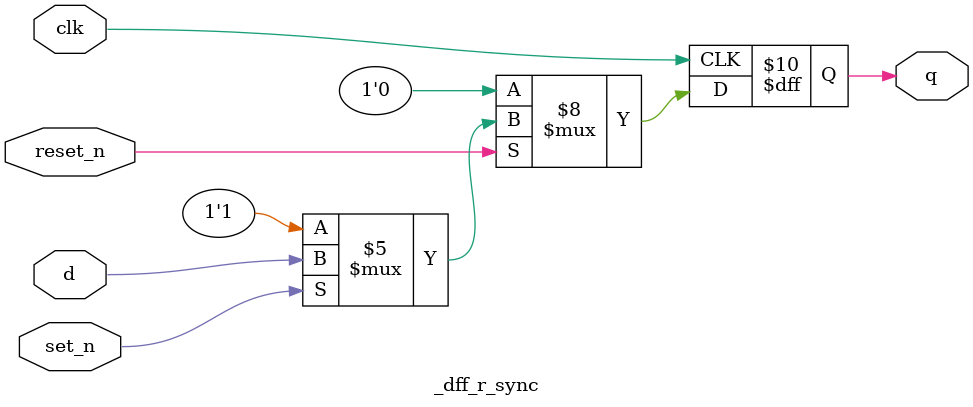
<source format=v>
module _dff_r_sync(q, clk, set_n, reset_n, d);
	input clk, set_n, reset_n, d; //clock, active-low set_n/reset_n, data d
	output q;	//output
	reg q;
	
	//behavioral implementation
	always @ (posedge clk)
	begin
		if (reset_n == 0) q <= 1'b0; //reset = 0, then q = 0
		else if (set_n == 0) q <= 1'b1; //reset = 1 and set = 0, then q = 1;
		else q <= d; //reset = 1 and set = 1, then q = d
	end
endmodule

</source>
